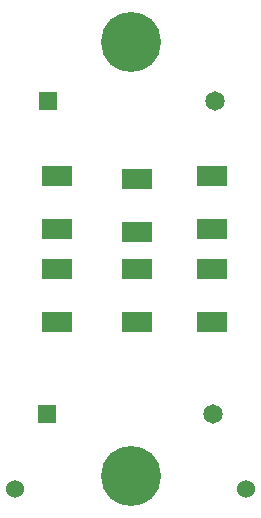
<source format=gbr>
G04*
G04 #@! TF.GenerationSoftware,Altium Limited,Altium Designer,22.4.2 (48)*
G04*
G04 Layer_Color=255*
%FSLAX25Y25*%
%MOIN*%
G70*
G04*
G04 #@! TF.SameCoordinates,B6AF70FB-BE31-42F1-9D96-D6FD262C6614*
G04*
G04*
G04 #@! TF.FilePolarity,Positive*
G04*
G01*
G75*
%ADD13R,0.10000X0.06800*%
%ADD21C,0.06000*%
%ADD22C,0.20000*%
%ADD23R,0.06496X0.06496*%
%ADD24C,0.06496*%
D13*
X72000Y64378D02*
D03*
Y81878D02*
D03*
X47000D02*
D03*
Y64378D02*
D03*
X20500D02*
D03*
Y81878D02*
D03*
X72000Y112878D02*
D03*
Y95378D02*
D03*
X47000Y94378D02*
D03*
Y111878D02*
D03*
X20500Y112878D02*
D03*
Y95378D02*
D03*
D21*
X6500Y8500D02*
D03*
X83500D02*
D03*
D22*
X45000Y13000D02*
D03*
Y157500D02*
D03*
D23*
X17000Y33500D02*
D03*
X17500Y138000D02*
D03*
D24*
X72512Y33500D02*
D03*
X73012Y138000D02*
D03*
M02*

</source>
